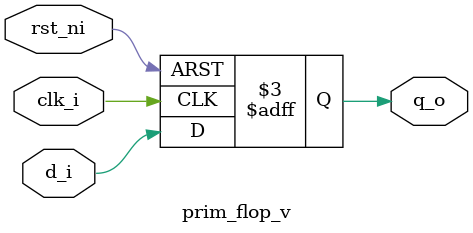
<source format=v>

module prim_flop_v #(
  parameter Width      = 1,
  parameter ResetValue = 0
) (
  input clk_i,
  input rst_ni,
  input [Width-1:0] d_i,
  output reg [Width-1:0] q_o
);

  always @(posedge clk_i or negedge rst_ni) begin
    if (!rst_ni) begin
      q_o <= ResetValue;
    end else begin
      q_o <= d_i;
    end
  end

endmodule
</source>
